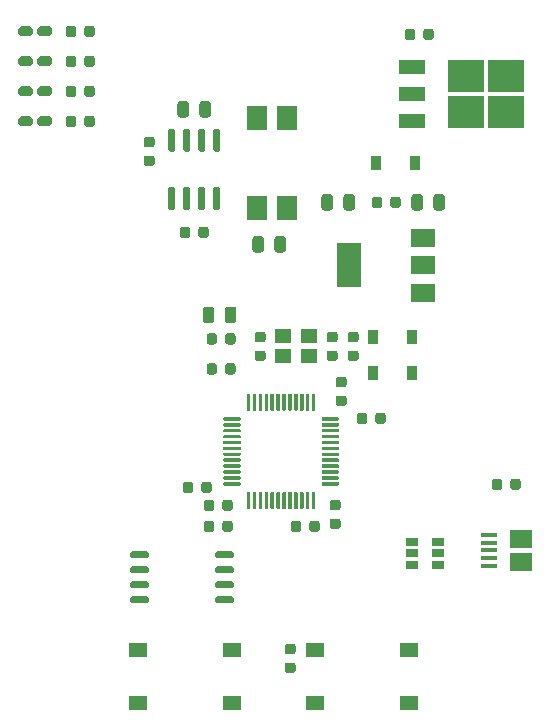
<source format=gbr>
%TF.GenerationSoftware,KiCad,Pcbnew,5.1.6*%
%TF.CreationDate,2020-11-22T23:26:00-03:00*%
%TF.ProjectId,MCU_Comms_Control,4d43555f-436f-46d6-9d73-5f436f6e7472,rev?*%
%TF.SameCoordinates,Original*%
%TF.FileFunction,Paste,Top*%
%TF.FilePolarity,Positive*%
%FSLAX46Y46*%
G04 Gerber Fmt 4.6, Leading zero omitted, Abs format (unit mm)*
G04 Created by KiCad (PCBNEW 5.1.6) date 2020-11-22 23:26:00*
%MOMM*%
%LPD*%
G01*
G04 APERTURE LIST*
%ADD10R,0.900000X1.200000*%
%ADD11R,1.900000X1.500000*%
%ADD12R,1.350000X0.400000*%
%ADD13R,1.550000X1.300000*%
%ADD14R,1.060000X0.650000*%
%ADD15R,1.780000X2.000000*%
%ADD16R,2.000000X3.800000*%
%ADD17R,2.000000X1.500000*%
%ADD18R,2.200000X1.200000*%
%ADD19R,3.050000X2.750000*%
%ADD20R,1.400000X1.200000*%
G04 APERTURE END LIST*
%TO.C,C1*%
G36*
G01*
X96263750Y-78328000D02*
X96776250Y-78328000D01*
G75*
G02*
X96995000Y-78546750I0J-218750D01*
G01*
X96995000Y-78984250D01*
G75*
G02*
X96776250Y-79203000I-218750J0D01*
G01*
X96263750Y-79203000D01*
G75*
G02*
X96045000Y-78984250I0J218750D01*
G01*
X96045000Y-78546750D01*
G75*
G02*
X96263750Y-78328000I218750J0D01*
G01*
G37*
G36*
G01*
X96263750Y-76753000D02*
X96776250Y-76753000D01*
G75*
G02*
X96995000Y-76971750I0J-218750D01*
G01*
X96995000Y-77409250D01*
G75*
G02*
X96776250Y-77628000I-218750J0D01*
G01*
X96263750Y-77628000D01*
G75*
G02*
X96045000Y-77409250I0J218750D01*
G01*
X96045000Y-76971750D01*
G75*
G02*
X96263750Y-76753000I218750J0D01*
G01*
G37*
%TD*%
%TO.C,C2*%
G36*
G01*
X94998250Y-79203000D02*
X94485750Y-79203000D01*
G75*
G02*
X94267000Y-78984250I0J218750D01*
G01*
X94267000Y-78546750D01*
G75*
G02*
X94485750Y-78328000I218750J0D01*
G01*
X94998250Y-78328000D01*
G75*
G02*
X95217000Y-78546750I0J-218750D01*
G01*
X95217000Y-78984250D01*
G75*
G02*
X94998250Y-79203000I-218750J0D01*
G01*
G37*
G36*
G01*
X94998250Y-77628000D02*
X94485750Y-77628000D01*
G75*
G02*
X94267000Y-77409250I0J218750D01*
G01*
X94267000Y-76971750D01*
G75*
G02*
X94485750Y-76753000I218750J0D01*
G01*
X94998250Y-76753000D01*
G75*
G02*
X95217000Y-76971750I0J-218750D01*
G01*
X95217000Y-77409250D01*
G75*
G02*
X94998250Y-77628000I-218750J0D01*
G01*
G37*
%TD*%
%TO.C,C3*%
G36*
G01*
X88389750Y-78328000D02*
X88902250Y-78328000D01*
G75*
G02*
X89121000Y-78546750I0J-218750D01*
G01*
X89121000Y-78984250D01*
G75*
G02*
X88902250Y-79203000I-218750J0D01*
G01*
X88389750Y-79203000D01*
G75*
G02*
X88171000Y-78984250I0J218750D01*
G01*
X88171000Y-78546750D01*
G75*
G02*
X88389750Y-78328000I218750J0D01*
G01*
G37*
G36*
G01*
X88389750Y-76753000D02*
X88902250Y-76753000D01*
G75*
G02*
X89121000Y-76971750I0J-218750D01*
G01*
X89121000Y-77409250D01*
G75*
G02*
X88902250Y-77628000I-218750J0D01*
G01*
X88389750Y-77628000D01*
G75*
G02*
X88171000Y-77409250I0J218750D01*
G01*
X88171000Y-76971750D01*
G75*
G02*
X88389750Y-76753000I218750J0D01*
G01*
G37*
%TD*%
%TO.C,C4*%
G36*
G01*
X103320000Y-66242250D02*
X103320000Y-65329750D01*
G75*
G02*
X103563750Y-65086000I243750J0D01*
G01*
X104051250Y-65086000D01*
G75*
G02*
X104295000Y-65329750I0J-243750D01*
G01*
X104295000Y-66242250D01*
G75*
G02*
X104051250Y-66486000I-243750J0D01*
G01*
X103563750Y-66486000D01*
G75*
G02*
X103320000Y-66242250I0J243750D01*
G01*
G37*
G36*
G01*
X101445000Y-66242250D02*
X101445000Y-65329750D01*
G75*
G02*
X101688750Y-65086000I243750J0D01*
G01*
X102176250Y-65086000D01*
G75*
G02*
X102420000Y-65329750I0J-243750D01*
G01*
X102420000Y-66242250D01*
G75*
G02*
X102176250Y-66486000I-243750J0D01*
G01*
X101688750Y-66486000D01*
G75*
G02*
X101445000Y-66242250I0J243750D01*
G01*
G37*
%TD*%
%TO.C,C5*%
G36*
G01*
X102458000Y-51818250D02*
X102458000Y-51305750D01*
G75*
G02*
X102676750Y-51087000I218750J0D01*
G01*
X103114250Y-51087000D01*
G75*
G02*
X103333000Y-51305750I0J-218750D01*
G01*
X103333000Y-51818250D01*
G75*
G02*
X103114250Y-52037000I-218750J0D01*
G01*
X102676750Y-52037000D01*
G75*
G02*
X102458000Y-51818250I0J218750D01*
G01*
G37*
G36*
G01*
X100883000Y-51818250D02*
X100883000Y-51305750D01*
G75*
G02*
X101101750Y-51087000I218750J0D01*
G01*
X101539250Y-51087000D01*
G75*
G02*
X101758000Y-51305750I0J-218750D01*
G01*
X101758000Y-51818250D01*
G75*
G02*
X101539250Y-52037000I-218750J0D01*
G01*
X101101750Y-52037000D01*
G75*
G02*
X100883000Y-51818250I0J218750D01*
G01*
G37*
%TD*%
%TO.C,C6*%
G36*
G01*
X96675000Y-65329750D02*
X96675000Y-66242250D01*
G75*
G02*
X96431250Y-66486000I-243750J0D01*
G01*
X95943750Y-66486000D01*
G75*
G02*
X95700000Y-66242250I0J243750D01*
G01*
X95700000Y-65329750D01*
G75*
G02*
X95943750Y-65086000I243750J0D01*
G01*
X96431250Y-65086000D01*
G75*
G02*
X96675000Y-65329750I0J-243750D01*
G01*
G37*
G36*
G01*
X94800000Y-65329750D02*
X94800000Y-66242250D01*
G75*
G02*
X94556250Y-66486000I-243750J0D01*
G01*
X94068750Y-66486000D01*
G75*
G02*
X93825000Y-66242250I0J243750D01*
G01*
X93825000Y-65329750D01*
G75*
G02*
X94068750Y-65086000I243750J0D01*
G01*
X94556250Y-65086000D01*
G75*
G02*
X94800000Y-65329750I0J-243750D01*
G01*
G37*
%TD*%
%TO.C,C7*%
G36*
G01*
X98089000Y-66042250D02*
X98089000Y-65529750D01*
G75*
G02*
X98307750Y-65311000I218750J0D01*
G01*
X98745250Y-65311000D01*
G75*
G02*
X98964000Y-65529750I0J-218750D01*
G01*
X98964000Y-66042250D01*
G75*
G02*
X98745250Y-66261000I-218750J0D01*
G01*
X98307750Y-66261000D01*
G75*
G02*
X98089000Y-66042250I0J218750D01*
G01*
G37*
G36*
G01*
X99664000Y-66042250D02*
X99664000Y-65529750D01*
G75*
G02*
X99882750Y-65311000I218750J0D01*
G01*
X100320250Y-65311000D01*
G75*
G02*
X100539000Y-65529750I0J-218750D01*
G01*
X100539000Y-66042250D01*
G75*
G02*
X100320250Y-66261000I-218750J0D01*
G01*
X99882750Y-66261000D01*
G75*
G02*
X99664000Y-66042250I0J218750D01*
G01*
G37*
%TD*%
%TO.C,C8*%
G36*
G01*
X86315000Y-91183750D02*
X86315000Y-91696250D01*
G75*
G02*
X86096250Y-91915000I-218750J0D01*
G01*
X85658750Y-91915000D01*
G75*
G02*
X85440000Y-91696250I0J218750D01*
G01*
X85440000Y-91183750D01*
G75*
G02*
X85658750Y-90965000I218750J0D01*
G01*
X86096250Y-90965000D01*
G75*
G02*
X86315000Y-91183750I0J-218750D01*
G01*
G37*
G36*
G01*
X84740000Y-91183750D02*
X84740000Y-91696250D01*
G75*
G02*
X84521250Y-91915000I-218750J0D01*
G01*
X84083750Y-91915000D01*
G75*
G02*
X83865000Y-91696250I0J218750D01*
G01*
X83865000Y-91183750D01*
G75*
G02*
X84083750Y-90965000I218750J0D01*
G01*
X84521250Y-90965000D01*
G75*
G02*
X84740000Y-91183750I0J-218750D01*
G01*
G37*
%TD*%
%TO.C,C9*%
G36*
G01*
X82962000Y-89659750D02*
X82962000Y-90172250D01*
G75*
G02*
X82743250Y-90391000I-218750J0D01*
G01*
X82305750Y-90391000D01*
G75*
G02*
X82087000Y-90172250I0J218750D01*
G01*
X82087000Y-89659750D01*
G75*
G02*
X82305750Y-89441000I218750J0D01*
G01*
X82743250Y-89441000D01*
G75*
G02*
X82962000Y-89659750I0J-218750D01*
G01*
G37*
G36*
G01*
X84537000Y-89659750D02*
X84537000Y-90172250D01*
G75*
G02*
X84318250Y-90391000I-218750J0D01*
G01*
X83880750Y-90391000D01*
G75*
G02*
X83662000Y-90172250I0J218750D01*
G01*
X83662000Y-89659750D01*
G75*
G02*
X83880750Y-89441000I218750J0D01*
G01*
X84318250Y-89441000D01*
G75*
G02*
X84537000Y-89659750I0J-218750D01*
G01*
G37*
%TD*%
%TO.C,C10*%
G36*
G01*
X94739750Y-90977000D02*
X95252250Y-90977000D01*
G75*
G02*
X95471000Y-91195750I0J-218750D01*
G01*
X95471000Y-91633250D01*
G75*
G02*
X95252250Y-91852000I-218750J0D01*
G01*
X94739750Y-91852000D01*
G75*
G02*
X94521000Y-91633250I0J218750D01*
G01*
X94521000Y-91195750D01*
G75*
G02*
X94739750Y-90977000I218750J0D01*
G01*
G37*
G36*
G01*
X94739750Y-92552000D02*
X95252250Y-92552000D01*
G75*
G02*
X95471000Y-92770750I0J-218750D01*
G01*
X95471000Y-93208250D01*
G75*
G02*
X95252250Y-93427000I-218750J0D01*
G01*
X94739750Y-93427000D01*
G75*
G02*
X94521000Y-93208250I0J218750D01*
G01*
X94521000Y-92770750D01*
G75*
G02*
X94739750Y-92552000I218750J0D01*
G01*
G37*
%TD*%
%TO.C,C11*%
G36*
G01*
X98394000Y-84330250D02*
X98394000Y-83817750D01*
G75*
G02*
X98612750Y-83599000I218750J0D01*
G01*
X99050250Y-83599000D01*
G75*
G02*
X99269000Y-83817750I0J-218750D01*
G01*
X99269000Y-84330250D01*
G75*
G02*
X99050250Y-84549000I-218750J0D01*
G01*
X98612750Y-84549000D01*
G75*
G02*
X98394000Y-84330250I0J218750D01*
G01*
G37*
G36*
G01*
X96819000Y-84330250D02*
X96819000Y-83817750D01*
G75*
G02*
X97037750Y-83599000I218750J0D01*
G01*
X97475250Y-83599000D01*
G75*
G02*
X97694000Y-83817750I0J-218750D01*
G01*
X97694000Y-84330250D01*
G75*
G02*
X97475250Y-84549000I-218750J0D01*
G01*
X97037750Y-84549000D01*
G75*
G02*
X96819000Y-84330250I0J218750D01*
G01*
G37*
%TD*%
%TO.C,C12*%
G36*
G01*
X95760250Y-83013000D02*
X95247750Y-83013000D01*
G75*
G02*
X95029000Y-82794250I0J218750D01*
G01*
X95029000Y-82356750D01*
G75*
G02*
X95247750Y-82138000I218750J0D01*
G01*
X95760250Y-82138000D01*
G75*
G02*
X95979000Y-82356750I0J-218750D01*
G01*
X95979000Y-82794250D01*
G75*
G02*
X95760250Y-83013000I-218750J0D01*
G01*
G37*
G36*
G01*
X95760250Y-81438000D02*
X95247750Y-81438000D01*
G75*
G02*
X95029000Y-81219250I0J218750D01*
G01*
X95029000Y-80781750D01*
G75*
G02*
X95247750Y-80563000I218750J0D01*
G01*
X95760250Y-80563000D01*
G75*
G02*
X95979000Y-80781750I0J-218750D01*
G01*
X95979000Y-81219250D01*
G75*
G02*
X95760250Y-81438000I-218750J0D01*
G01*
G37*
%TD*%
%TO.C,C13*%
G36*
G01*
X86569000Y-77086750D02*
X86569000Y-77599250D01*
G75*
G02*
X86350250Y-77818000I-218750J0D01*
G01*
X85912750Y-77818000D01*
G75*
G02*
X85694000Y-77599250I0J218750D01*
G01*
X85694000Y-77086750D01*
G75*
G02*
X85912750Y-76868000I218750J0D01*
G01*
X86350250Y-76868000D01*
G75*
G02*
X86569000Y-77086750I0J-218750D01*
G01*
G37*
G36*
G01*
X84994000Y-77086750D02*
X84994000Y-77599250D01*
G75*
G02*
X84775250Y-77818000I-218750J0D01*
G01*
X84337750Y-77818000D01*
G75*
G02*
X84119000Y-77599250I0J218750D01*
G01*
X84119000Y-77086750D01*
G75*
G02*
X84337750Y-76868000I218750J0D01*
G01*
X84775250Y-76868000D01*
G75*
G02*
X84994000Y-77086750I0J-218750D01*
G01*
G37*
%TD*%
%TO.C,C14*%
G36*
G01*
X84994000Y-79626750D02*
X84994000Y-80139250D01*
G75*
G02*
X84775250Y-80358000I-218750J0D01*
G01*
X84337750Y-80358000D01*
G75*
G02*
X84119000Y-80139250I0J218750D01*
G01*
X84119000Y-79626750D01*
G75*
G02*
X84337750Y-79408000I218750J0D01*
G01*
X84775250Y-79408000D01*
G75*
G02*
X84994000Y-79626750I0J-218750D01*
G01*
G37*
G36*
G01*
X86569000Y-79626750D02*
X86569000Y-80139250D01*
G75*
G02*
X86350250Y-80358000I-218750J0D01*
G01*
X85912750Y-80358000D01*
G75*
G02*
X85694000Y-80139250I0J218750D01*
G01*
X85694000Y-79626750D01*
G75*
G02*
X85912750Y-79408000I218750J0D01*
G01*
X86350250Y-79408000D01*
G75*
G02*
X86569000Y-79626750I0J-218750D01*
G01*
G37*
%TD*%
%TO.C,C15*%
G36*
G01*
X84283000Y-68069750D02*
X84283000Y-68582250D01*
G75*
G02*
X84064250Y-68801000I-218750J0D01*
G01*
X83626750Y-68801000D01*
G75*
G02*
X83408000Y-68582250I0J218750D01*
G01*
X83408000Y-68069750D01*
G75*
G02*
X83626750Y-67851000I218750J0D01*
G01*
X84064250Y-67851000D01*
G75*
G02*
X84283000Y-68069750I0J-218750D01*
G01*
G37*
G36*
G01*
X82708000Y-68069750D02*
X82708000Y-68582250D01*
G75*
G02*
X82489250Y-68801000I-218750J0D01*
G01*
X82051750Y-68801000D01*
G75*
G02*
X81833000Y-68582250I0J218750D01*
G01*
X81833000Y-68069750D01*
G75*
G02*
X82051750Y-67851000I218750J0D01*
G01*
X82489250Y-67851000D01*
G75*
G02*
X82708000Y-68069750I0J-218750D01*
G01*
G37*
%TD*%
%TO.C,C16*%
G36*
G01*
X84740000Y-92961750D02*
X84740000Y-93474250D01*
G75*
G02*
X84521250Y-93693000I-218750J0D01*
G01*
X84083750Y-93693000D01*
G75*
G02*
X83865000Y-93474250I0J218750D01*
G01*
X83865000Y-92961750D01*
G75*
G02*
X84083750Y-92743000I218750J0D01*
G01*
X84521250Y-92743000D01*
G75*
G02*
X84740000Y-92961750I0J-218750D01*
G01*
G37*
G36*
G01*
X86315000Y-92961750D02*
X86315000Y-93474250D01*
G75*
G02*
X86096250Y-93693000I-218750J0D01*
G01*
X85658750Y-93693000D01*
G75*
G02*
X85440000Y-93474250I0J218750D01*
G01*
X85440000Y-92961750D01*
G75*
G02*
X85658750Y-92743000I218750J0D01*
G01*
X86096250Y-92743000D01*
G75*
G02*
X86315000Y-92961750I0J-218750D01*
G01*
G37*
%TD*%
D10*
%TO.C,D1*%
X101472000Y-80264000D03*
X98172000Y-80264000D03*
%TD*%
%TO.C,D2*%
X98172000Y-77216000D03*
X101472000Y-77216000D03*
%TD*%
%TO.C,D3*%
G36*
G01*
X69796000Y-51520500D02*
X69796000Y-51095500D01*
G75*
G02*
X70008500Y-50883000I212500J0D01*
G01*
X70808500Y-50883000D01*
G75*
G02*
X71021000Y-51095500I0J-212500D01*
G01*
X71021000Y-51520500D01*
G75*
G02*
X70808500Y-51733000I-212500J0D01*
G01*
X70008500Y-51733000D01*
G75*
G02*
X69796000Y-51520500I0J212500D01*
G01*
G37*
G36*
G01*
X68171000Y-51520500D02*
X68171000Y-51095500D01*
G75*
G02*
X68383500Y-50883000I212500J0D01*
G01*
X69183500Y-50883000D01*
G75*
G02*
X69396000Y-51095500I0J-212500D01*
G01*
X69396000Y-51520500D01*
G75*
G02*
X69183500Y-51733000I-212500J0D01*
G01*
X68383500Y-51733000D01*
G75*
G02*
X68171000Y-51520500I0J212500D01*
G01*
G37*
%TD*%
%TO.C,D4*%
G36*
G01*
X68171000Y-54060500D02*
X68171000Y-53635500D01*
G75*
G02*
X68383500Y-53423000I212500J0D01*
G01*
X69183500Y-53423000D01*
G75*
G02*
X69396000Y-53635500I0J-212500D01*
G01*
X69396000Y-54060500D01*
G75*
G02*
X69183500Y-54273000I-212500J0D01*
G01*
X68383500Y-54273000D01*
G75*
G02*
X68171000Y-54060500I0J212500D01*
G01*
G37*
G36*
G01*
X69796000Y-54060500D02*
X69796000Y-53635500D01*
G75*
G02*
X70008500Y-53423000I212500J0D01*
G01*
X70808500Y-53423000D01*
G75*
G02*
X71021000Y-53635500I0J-212500D01*
G01*
X71021000Y-54060500D01*
G75*
G02*
X70808500Y-54273000I-212500J0D01*
G01*
X70008500Y-54273000D01*
G75*
G02*
X69796000Y-54060500I0J212500D01*
G01*
G37*
%TD*%
%TO.C,D5*%
G36*
G01*
X69796000Y-56600500D02*
X69796000Y-56175500D01*
G75*
G02*
X70008500Y-55963000I212500J0D01*
G01*
X70808500Y-55963000D01*
G75*
G02*
X71021000Y-56175500I0J-212500D01*
G01*
X71021000Y-56600500D01*
G75*
G02*
X70808500Y-56813000I-212500J0D01*
G01*
X70008500Y-56813000D01*
G75*
G02*
X69796000Y-56600500I0J212500D01*
G01*
G37*
G36*
G01*
X68171000Y-56600500D02*
X68171000Y-56175500D01*
G75*
G02*
X68383500Y-55963000I212500J0D01*
G01*
X69183500Y-55963000D01*
G75*
G02*
X69396000Y-56175500I0J-212500D01*
G01*
X69396000Y-56600500D01*
G75*
G02*
X69183500Y-56813000I-212500J0D01*
G01*
X68383500Y-56813000D01*
G75*
G02*
X68171000Y-56600500I0J212500D01*
G01*
G37*
%TD*%
%TO.C,D6*%
G36*
G01*
X68171000Y-59140500D02*
X68171000Y-58715500D01*
G75*
G02*
X68383500Y-58503000I212500J0D01*
G01*
X69183500Y-58503000D01*
G75*
G02*
X69396000Y-58715500I0J-212500D01*
G01*
X69396000Y-59140500D01*
G75*
G02*
X69183500Y-59353000I-212500J0D01*
G01*
X68383500Y-59353000D01*
G75*
G02*
X68171000Y-59140500I0J212500D01*
G01*
G37*
G36*
G01*
X69796000Y-59140500D02*
X69796000Y-58715500D01*
G75*
G02*
X70008500Y-58503000I212500J0D01*
G01*
X70808500Y-58503000D01*
G75*
G02*
X71021000Y-58715500I0J-212500D01*
G01*
X71021000Y-59140500D01*
G75*
G02*
X70808500Y-59353000I-212500J0D01*
G01*
X70008500Y-59353000D01*
G75*
G02*
X69796000Y-59140500I0J212500D01*
G01*
G37*
%TD*%
%TO.C,D7*%
X101726000Y-62484000D03*
X98426000Y-62484000D03*
%TD*%
%TO.C,FB1*%
G36*
G01*
X86642000Y-74854750D02*
X86642000Y-75767250D01*
G75*
G02*
X86398250Y-76011000I-243750J0D01*
G01*
X85910750Y-76011000D01*
G75*
G02*
X85667000Y-75767250I0J243750D01*
G01*
X85667000Y-74854750D01*
G75*
G02*
X85910750Y-74611000I243750J0D01*
G01*
X86398250Y-74611000D01*
G75*
G02*
X86642000Y-74854750I0J-243750D01*
G01*
G37*
G36*
G01*
X84767000Y-74854750D02*
X84767000Y-75767250D01*
G75*
G02*
X84523250Y-76011000I-243750J0D01*
G01*
X84035750Y-76011000D01*
G75*
G02*
X83792000Y-75767250I0J243750D01*
G01*
X83792000Y-74854750D01*
G75*
G02*
X84035750Y-74611000I243750J0D01*
G01*
X84523250Y-74611000D01*
G75*
G02*
X84767000Y-74854750I0J-243750D01*
G01*
G37*
%TD*%
D11*
%TO.C,J1*%
X110711500Y-94250000D03*
D12*
X108011500Y-95900000D03*
X108011500Y-96550000D03*
X108011500Y-93950000D03*
X108011500Y-94600000D03*
X108011500Y-95250000D03*
D11*
X110711500Y-96250000D03*
%TD*%
%TO.C,R1*%
G36*
G01*
X90929750Y-104744000D02*
X91442250Y-104744000D01*
G75*
G02*
X91661000Y-104962750I0J-218750D01*
G01*
X91661000Y-105400250D01*
G75*
G02*
X91442250Y-105619000I-218750J0D01*
G01*
X90929750Y-105619000D01*
G75*
G02*
X90711000Y-105400250I0J218750D01*
G01*
X90711000Y-104962750D01*
G75*
G02*
X90929750Y-104744000I218750J0D01*
G01*
G37*
G36*
G01*
X90929750Y-103169000D02*
X91442250Y-103169000D01*
G75*
G02*
X91661000Y-103387750I0J-218750D01*
G01*
X91661000Y-103825250D01*
G75*
G02*
X91442250Y-104044000I-218750J0D01*
G01*
X90929750Y-104044000D01*
G75*
G02*
X90711000Y-103825250I0J218750D01*
G01*
X90711000Y-103387750D01*
G75*
G02*
X90929750Y-103169000I218750J0D01*
G01*
G37*
%TD*%
%TO.C,R2*%
G36*
G01*
X110699000Y-89405750D02*
X110699000Y-89918250D01*
G75*
G02*
X110480250Y-90137000I-218750J0D01*
G01*
X110042750Y-90137000D01*
G75*
G02*
X109824000Y-89918250I0J218750D01*
G01*
X109824000Y-89405750D01*
G75*
G02*
X110042750Y-89187000I218750J0D01*
G01*
X110480250Y-89187000D01*
G75*
G02*
X110699000Y-89405750I0J-218750D01*
G01*
G37*
G36*
G01*
X109124000Y-89405750D02*
X109124000Y-89918250D01*
G75*
G02*
X108905250Y-90137000I-218750J0D01*
G01*
X108467750Y-90137000D01*
G75*
G02*
X108249000Y-89918250I0J218750D01*
G01*
X108249000Y-89405750D01*
G75*
G02*
X108467750Y-89187000I218750J0D01*
G01*
X108905250Y-89187000D01*
G75*
G02*
X109124000Y-89405750I0J-218750D01*
G01*
G37*
%TD*%
%TO.C,R3*%
G36*
G01*
X78991750Y-61818000D02*
X79504250Y-61818000D01*
G75*
G02*
X79723000Y-62036750I0J-218750D01*
G01*
X79723000Y-62474250D01*
G75*
G02*
X79504250Y-62693000I-218750J0D01*
G01*
X78991750Y-62693000D01*
G75*
G02*
X78773000Y-62474250I0J218750D01*
G01*
X78773000Y-62036750D01*
G75*
G02*
X78991750Y-61818000I218750J0D01*
G01*
G37*
G36*
G01*
X78991750Y-60243000D02*
X79504250Y-60243000D01*
G75*
G02*
X79723000Y-60461750I0J-218750D01*
G01*
X79723000Y-60899250D01*
G75*
G02*
X79504250Y-61118000I-218750J0D01*
G01*
X78991750Y-61118000D01*
G75*
G02*
X78773000Y-60899250I0J218750D01*
G01*
X78773000Y-60461750D01*
G75*
G02*
X78991750Y-60243000I218750J0D01*
G01*
G37*
%TD*%
%TO.C,R4*%
G36*
G01*
X81633000Y-58368250D02*
X81633000Y-57455750D01*
G75*
G02*
X81876750Y-57212000I243750J0D01*
G01*
X82364250Y-57212000D01*
G75*
G02*
X82608000Y-57455750I0J-243750D01*
G01*
X82608000Y-58368250D01*
G75*
G02*
X82364250Y-58612000I-243750J0D01*
G01*
X81876750Y-58612000D01*
G75*
G02*
X81633000Y-58368250I0J243750D01*
G01*
G37*
G36*
G01*
X83508000Y-58368250D02*
X83508000Y-57455750D01*
G75*
G02*
X83751750Y-57212000I243750J0D01*
G01*
X84239250Y-57212000D01*
G75*
G02*
X84483000Y-57455750I0J-243750D01*
G01*
X84483000Y-58368250D01*
G75*
G02*
X84239250Y-58612000I-243750J0D01*
G01*
X83751750Y-58612000D01*
G75*
G02*
X83508000Y-58368250I0J243750D01*
G01*
G37*
%TD*%
%TO.C,R5*%
G36*
G01*
X73756000Y-51564250D02*
X73756000Y-51051750D01*
G75*
G02*
X73974750Y-50833000I218750J0D01*
G01*
X74412250Y-50833000D01*
G75*
G02*
X74631000Y-51051750I0J-218750D01*
G01*
X74631000Y-51564250D01*
G75*
G02*
X74412250Y-51783000I-218750J0D01*
G01*
X73974750Y-51783000D01*
G75*
G02*
X73756000Y-51564250I0J218750D01*
G01*
G37*
G36*
G01*
X72181000Y-51564250D02*
X72181000Y-51051750D01*
G75*
G02*
X72399750Y-50833000I218750J0D01*
G01*
X72837250Y-50833000D01*
G75*
G02*
X73056000Y-51051750I0J-218750D01*
G01*
X73056000Y-51564250D01*
G75*
G02*
X72837250Y-51783000I-218750J0D01*
G01*
X72399750Y-51783000D01*
G75*
G02*
X72181000Y-51564250I0J218750D01*
G01*
G37*
%TD*%
%TO.C,R6*%
G36*
G01*
X72181000Y-54104250D02*
X72181000Y-53591750D01*
G75*
G02*
X72399750Y-53373000I218750J0D01*
G01*
X72837250Y-53373000D01*
G75*
G02*
X73056000Y-53591750I0J-218750D01*
G01*
X73056000Y-54104250D01*
G75*
G02*
X72837250Y-54323000I-218750J0D01*
G01*
X72399750Y-54323000D01*
G75*
G02*
X72181000Y-54104250I0J218750D01*
G01*
G37*
G36*
G01*
X73756000Y-54104250D02*
X73756000Y-53591750D01*
G75*
G02*
X73974750Y-53373000I218750J0D01*
G01*
X74412250Y-53373000D01*
G75*
G02*
X74631000Y-53591750I0J-218750D01*
G01*
X74631000Y-54104250D01*
G75*
G02*
X74412250Y-54323000I-218750J0D01*
G01*
X73974750Y-54323000D01*
G75*
G02*
X73756000Y-54104250I0J218750D01*
G01*
G37*
%TD*%
%TO.C,R7*%
G36*
G01*
X91231000Y-93474250D02*
X91231000Y-92961750D01*
G75*
G02*
X91449750Y-92743000I218750J0D01*
G01*
X91887250Y-92743000D01*
G75*
G02*
X92106000Y-92961750I0J-218750D01*
G01*
X92106000Y-93474250D01*
G75*
G02*
X91887250Y-93693000I-218750J0D01*
G01*
X91449750Y-93693000D01*
G75*
G02*
X91231000Y-93474250I0J218750D01*
G01*
G37*
G36*
G01*
X92806000Y-93474250D02*
X92806000Y-92961750D01*
G75*
G02*
X93024750Y-92743000I218750J0D01*
G01*
X93462250Y-92743000D01*
G75*
G02*
X93681000Y-92961750I0J-218750D01*
G01*
X93681000Y-93474250D01*
G75*
G02*
X93462250Y-93693000I-218750J0D01*
G01*
X93024750Y-93693000D01*
G75*
G02*
X92806000Y-93474250I0J218750D01*
G01*
G37*
%TD*%
%TO.C,R8*%
G36*
G01*
X72181000Y-56644250D02*
X72181000Y-56131750D01*
G75*
G02*
X72399750Y-55913000I218750J0D01*
G01*
X72837250Y-55913000D01*
G75*
G02*
X73056000Y-56131750I0J-218750D01*
G01*
X73056000Y-56644250D01*
G75*
G02*
X72837250Y-56863000I-218750J0D01*
G01*
X72399750Y-56863000D01*
G75*
G02*
X72181000Y-56644250I0J218750D01*
G01*
G37*
G36*
G01*
X73756000Y-56644250D02*
X73756000Y-56131750D01*
G75*
G02*
X73974750Y-55913000I218750J0D01*
G01*
X74412250Y-55913000D01*
G75*
G02*
X74631000Y-56131750I0J-218750D01*
G01*
X74631000Y-56644250D01*
G75*
G02*
X74412250Y-56863000I-218750J0D01*
G01*
X73974750Y-56863000D01*
G75*
G02*
X73756000Y-56644250I0J218750D01*
G01*
G37*
%TD*%
%TO.C,R9*%
G36*
G01*
X89858000Y-69798250D02*
X89858000Y-68885750D01*
G75*
G02*
X90101750Y-68642000I243750J0D01*
G01*
X90589250Y-68642000D01*
G75*
G02*
X90833000Y-68885750I0J-243750D01*
G01*
X90833000Y-69798250D01*
G75*
G02*
X90589250Y-70042000I-243750J0D01*
G01*
X90101750Y-70042000D01*
G75*
G02*
X89858000Y-69798250I0J243750D01*
G01*
G37*
G36*
G01*
X87983000Y-69798250D02*
X87983000Y-68885750D01*
G75*
G02*
X88226750Y-68642000I243750J0D01*
G01*
X88714250Y-68642000D01*
G75*
G02*
X88958000Y-68885750I0J-243750D01*
G01*
X88958000Y-69798250D01*
G75*
G02*
X88714250Y-70042000I-243750J0D01*
G01*
X88226750Y-70042000D01*
G75*
G02*
X87983000Y-69798250I0J243750D01*
G01*
G37*
%TD*%
%TO.C,R10*%
G36*
G01*
X73756000Y-59184250D02*
X73756000Y-58671750D01*
G75*
G02*
X73974750Y-58453000I218750J0D01*
G01*
X74412250Y-58453000D01*
G75*
G02*
X74631000Y-58671750I0J-218750D01*
G01*
X74631000Y-59184250D01*
G75*
G02*
X74412250Y-59403000I-218750J0D01*
G01*
X73974750Y-59403000D01*
G75*
G02*
X73756000Y-59184250I0J218750D01*
G01*
G37*
G36*
G01*
X72181000Y-59184250D02*
X72181000Y-58671750D01*
G75*
G02*
X72399750Y-58453000I218750J0D01*
G01*
X72837250Y-58453000D01*
G75*
G02*
X73056000Y-58671750I0J-218750D01*
G01*
X73056000Y-59184250D01*
G75*
G02*
X72837250Y-59403000I-218750J0D01*
G01*
X72399750Y-59403000D01*
G75*
G02*
X72181000Y-59184250I0J218750D01*
G01*
G37*
%TD*%
D13*
%TO.C,SW1*%
X101262000Y-108168000D03*
X101262000Y-103668000D03*
X93302000Y-103668000D03*
X93302000Y-108168000D03*
%TD*%
%TO.C,SW2*%
X78316000Y-108168000D03*
X78316000Y-103668000D03*
X86276000Y-103668000D03*
X86276000Y-108168000D03*
%TD*%
D14*
%TO.C,U1*%
X101516000Y-94554000D03*
X101516000Y-95504000D03*
X101516000Y-96454000D03*
X103716000Y-96454000D03*
X103716000Y-94554000D03*
X103716000Y-95504000D03*
%TD*%
%TO.C,U2*%
G36*
G01*
X81303000Y-66442000D02*
X81003000Y-66442000D01*
G75*
G02*
X80853000Y-66292000I0J150000D01*
G01*
X80853000Y-64642000D01*
G75*
G02*
X81003000Y-64492000I150000J0D01*
G01*
X81303000Y-64492000D01*
G75*
G02*
X81453000Y-64642000I0J-150000D01*
G01*
X81453000Y-66292000D01*
G75*
G02*
X81303000Y-66442000I-150000J0D01*
G01*
G37*
G36*
G01*
X82573000Y-66442000D02*
X82273000Y-66442000D01*
G75*
G02*
X82123000Y-66292000I0J150000D01*
G01*
X82123000Y-64642000D01*
G75*
G02*
X82273000Y-64492000I150000J0D01*
G01*
X82573000Y-64492000D01*
G75*
G02*
X82723000Y-64642000I0J-150000D01*
G01*
X82723000Y-66292000D01*
G75*
G02*
X82573000Y-66442000I-150000J0D01*
G01*
G37*
G36*
G01*
X83843000Y-66442000D02*
X83543000Y-66442000D01*
G75*
G02*
X83393000Y-66292000I0J150000D01*
G01*
X83393000Y-64642000D01*
G75*
G02*
X83543000Y-64492000I150000J0D01*
G01*
X83843000Y-64492000D01*
G75*
G02*
X83993000Y-64642000I0J-150000D01*
G01*
X83993000Y-66292000D01*
G75*
G02*
X83843000Y-66442000I-150000J0D01*
G01*
G37*
G36*
G01*
X85113000Y-66442000D02*
X84813000Y-66442000D01*
G75*
G02*
X84663000Y-66292000I0J150000D01*
G01*
X84663000Y-64642000D01*
G75*
G02*
X84813000Y-64492000I150000J0D01*
G01*
X85113000Y-64492000D01*
G75*
G02*
X85263000Y-64642000I0J-150000D01*
G01*
X85263000Y-66292000D01*
G75*
G02*
X85113000Y-66442000I-150000J0D01*
G01*
G37*
G36*
G01*
X85113000Y-61492000D02*
X84813000Y-61492000D01*
G75*
G02*
X84663000Y-61342000I0J150000D01*
G01*
X84663000Y-59692000D01*
G75*
G02*
X84813000Y-59542000I150000J0D01*
G01*
X85113000Y-59542000D01*
G75*
G02*
X85263000Y-59692000I0J-150000D01*
G01*
X85263000Y-61342000D01*
G75*
G02*
X85113000Y-61492000I-150000J0D01*
G01*
G37*
G36*
G01*
X83843000Y-61492000D02*
X83543000Y-61492000D01*
G75*
G02*
X83393000Y-61342000I0J150000D01*
G01*
X83393000Y-59692000D01*
G75*
G02*
X83543000Y-59542000I150000J0D01*
G01*
X83843000Y-59542000D01*
G75*
G02*
X83993000Y-59692000I0J-150000D01*
G01*
X83993000Y-61342000D01*
G75*
G02*
X83843000Y-61492000I-150000J0D01*
G01*
G37*
G36*
G01*
X82573000Y-61492000D02*
X82273000Y-61492000D01*
G75*
G02*
X82123000Y-61342000I0J150000D01*
G01*
X82123000Y-59692000D01*
G75*
G02*
X82273000Y-59542000I150000J0D01*
G01*
X82573000Y-59542000D01*
G75*
G02*
X82723000Y-59692000I0J-150000D01*
G01*
X82723000Y-61342000D01*
G75*
G02*
X82573000Y-61492000I-150000J0D01*
G01*
G37*
G36*
G01*
X81303000Y-61492000D02*
X81003000Y-61492000D01*
G75*
G02*
X80853000Y-61342000I0J150000D01*
G01*
X80853000Y-59692000D01*
G75*
G02*
X81003000Y-59542000I150000J0D01*
G01*
X81303000Y-59542000D01*
G75*
G02*
X81453000Y-59692000I0J-150000D01*
G01*
X81453000Y-61342000D01*
G75*
G02*
X81303000Y-61492000I-150000J0D01*
G01*
G37*
%TD*%
%TO.C,U3*%
G36*
G01*
X77642000Y-95781000D02*
X77642000Y-95481000D01*
G75*
G02*
X77792000Y-95331000I150000J0D01*
G01*
X79092000Y-95331000D01*
G75*
G02*
X79242000Y-95481000I0J-150000D01*
G01*
X79242000Y-95781000D01*
G75*
G02*
X79092000Y-95931000I-150000J0D01*
G01*
X77792000Y-95931000D01*
G75*
G02*
X77642000Y-95781000I0J150000D01*
G01*
G37*
G36*
G01*
X77642000Y-97051000D02*
X77642000Y-96751000D01*
G75*
G02*
X77792000Y-96601000I150000J0D01*
G01*
X79092000Y-96601000D01*
G75*
G02*
X79242000Y-96751000I0J-150000D01*
G01*
X79242000Y-97051000D01*
G75*
G02*
X79092000Y-97201000I-150000J0D01*
G01*
X77792000Y-97201000D01*
G75*
G02*
X77642000Y-97051000I0J150000D01*
G01*
G37*
G36*
G01*
X77642000Y-98321000D02*
X77642000Y-98021000D01*
G75*
G02*
X77792000Y-97871000I150000J0D01*
G01*
X79092000Y-97871000D01*
G75*
G02*
X79242000Y-98021000I0J-150000D01*
G01*
X79242000Y-98321000D01*
G75*
G02*
X79092000Y-98471000I-150000J0D01*
G01*
X77792000Y-98471000D01*
G75*
G02*
X77642000Y-98321000I0J150000D01*
G01*
G37*
G36*
G01*
X77642000Y-99591000D02*
X77642000Y-99291000D01*
G75*
G02*
X77792000Y-99141000I150000J0D01*
G01*
X79092000Y-99141000D01*
G75*
G02*
X79242000Y-99291000I0J-150000D01*
G01*
X79242000Y-99591000D01*
G75*
G02*
X79092000Y-99741000I-150000J0D01*
G01*
X77792000Y-99741000D01*
G75*
G02*
X77642000Y-99591000I0J150000D01*
G01*
G37*
G36*
G01*
X84842000Y-99591000D02*
X84842000Y-99291000D01*
G75*
G02*
X84992000Y-99141000I150000J0D01*
G01*
X86292000Y-99141000D01*
G75*
G02*
X86442000Y-99291000I0J-150000D01*
G01*
X86442000Y-99591000D01*
G75*
G02*
X86292000Y-99741000I-150000J0D01*
G01*
X84992000Y-99741000D01*
G75*
G02*
X84842000Y-99591000I0J150000D01*
G01*
G37*
G36*
G01*
X84842000Y-98321000D02*
X84842000Y-98021000D01*
G75*
G02*
X84992000Y-97871000I150000J0D01*
G01*
X86292000Y-97871000D01*
G75*
G02*
X86442000Y-98021000I0J-150000D01*
G01*
X86442000Y-98321000D01*
G75*
G02*
X86292000Y-98471000I-150000J0D01*
G01*
X84992000Y-98471000D01*
G75*
G02*
X84842000Y-98321000I0J150000D01*
G01*
G37*
G36*
G01*
X84842000Y-97051000D02*
X84842000Y-96751000D01*
G75*
G02*
X84992000Y-96601000I150000J0D01*
G01*
X86292000Y-96601000D01*
G75*
G02*
X86442000Y-96751000I0J-150000D01*
G01*
X86442000Y-97051000D01*
G75*
G02*
X86292000Y-97201000I-150000J0D01*
G01*
X84992000Y-97201000D01*
G75*
G02*
X84842000Y-97051000I0J150000D01*
G01*
G37*
G36*
G01*
X84842000Y-95781000D02*
X84842000Y-95481000D01*
G75*
G02*
X84992000Y-95331000I150000J0D01*
G01*
X86292000Y-95331000D01*
G75*
G02*
X86442000Y-95481000I0J-150000D01*
G01*
X86442000Y-95781000D01*
G75*
G02*
X86292000Y-95931000I-150000J0D01*
G01*
X84992000Y-95931000D01*
G75*
G02*
X84842000Y-95781000I0J150000D01*
G01*
G37*
%TD*%
%TO.C,U4*%
G36*
G01*
X93099000Y-81968000D02*
X93249000Y-81968000D01*
G75*
G02*
X93324000Y-82043000I0J-75000D01*
G01*
X93324000Y-83368000D01*
G75*
G02*
X93249000Y-83443000I-75000J0D01*
G01*
X93099000Y-83443000D01*
G75*
G02*
X93024000Y-83368000I0J75000D01*
G01*
X93024000Y-82043000D01*
G75*
G02*
X93099000Y-81968000I75000J0D01*
G01*
G37*
G36*
G01*
X92599000Y-81968000D02*
X92749000Y-81968000D01*
G75*
G02*
X92824000Y-82043000I0J-75000D01*
G01*
X92824000Y-83368000D01*
G75*
G02*
X92749000Y-83443000I-75000J0D01*
G01*
X92599000Y-83443000D01*
G75*
G02*
X92524000Y-83368000I0J75000D01*
G01*
X92524000Y-82043000D01*
G75*
G02*
X92599000Y-81968000I75000J0D01*
G01*
G37*
G36*
G01*
X92099000Y-81968000D02*
X92249000Y-81968000D01*
G75*
G02*
X92324000Y-82043000I0J-75000D01*
G01*
X92324000Y-83368000D01*
G75*
G02*
X92249000Y-83443000I-75000J0D01*
G01*
X92099000Y-83443000D01*
G75*
G02*
X92024000Y-83368000I0J75000D01*
G01*
X92024000Y-82043000D01*
G75*
G02*
X92099000Y-81968000I75000J0D01*
G01*
G37*
G36*
G01*
X91599000Y-81968000D02*
X91749000Y-81968000D01*
G75*
G02*
X91824000Y-82043000I0J-75000D01*
G01*
X91824000Y-83368000D01*
G75*
G02*
X91749000Y-83443000I-75000J0D01*
G01*
X91599000Y-83443000D01*
G75*
G02*
X91524000Y-83368000I0J75000D01*
G01*
X91524000Y-82043000D01*
G75*
G02*
X91599000Y-81968000I75000J0D01*
G01*
G37*
G36*
G01*
X91099000Y-81968000D02*
X91249000Y-81968000D01*
G75*
G02*
X91324000Y-82043000I0J-75000D01*
G01*
X91324000Y-83368000D01*
G75*
G02*
X91249000Y-83443000I-75000J0D01*
G01*
X91099000Y-83443000D01*
G75*
G02*
X91024000Y-83368000I0J75000D01*
G01*
X91024000Y-82043000D01*
G75*
G02*
X91099000Y-81968000I75000J0D01*
G01*
G37*
G36*
G01*
X90599000Y-81968000D02*
X90749000Y-81968000D01*
G75*
G02*
X90824000Y-82043000I0J-75000D01*
G01*
X90824000Y-83368000D01*
G75*
G02*
X90749000Y-83443000I-75000J0D01*
G01*
X90599000Y-83443000D01*
G75*
G02*
X90524000Y-83368000I0J75000D01*
G01*
X90524000Y-82043000D01*
G75*
G02*
X90599000Y-81968000I75000J0D01*
G01*
G37*
G36*
G01*
X90099000Y-81968000D02*
X90249000Y-81968000D01*
G75*
G02*
X90324000Y-82043000I0J-75000D01*
G01*
X90324000Y-83368000D01*
G75*
G02*
X90249000Y-83443000I-75000J0D01*
G01*
X90099000Y-83443000D01*
G75*
G02*
X90024000Y-83368000I0J75000D01*
G01*
X90024000Y-82043000D01*
G75*
G02*
X90099000Y-81968000I75000J0D01*
G01*
G37*
G36*
G01*
X89599000Y-81968000D02*
X89749000Y-81968000D01*
G75*
G02*
X89824000Y-82043000I0J-75000D01*
G01*
X89824000Y-83368000D01*
G75*
G02*
X89749000Y-83443000I-75000J0D01*
G01*
X89599000Y-83443000D01*
G75*
G02*
X89524000Y-83368000I0J75000D01*
G01*
X89524000Y-82043000D01*
G75*
G02*
X89599000Y-81968000I75000J0D01*
G01*
G37*
G36*
G01*
X89099000Y-81968000D02*
X89249000Y-81968000D01*
G75*
G02*
X89324000Y-82043000I0J-75000D01*
G01*
X89324000Y-83368000D01*
G75*
G02*
X89249000Y-83443000I-75000J0D01*
G01*
X89099000Y-83443000D01*
G75*
G02*
X89024000Y-83368000I0J75000D01*
G01*
X89024000Y-82043000D01*
G75*
G02*
X89099000Y-81968000I75000J0D01*
G01*
G37*
G36*
G01*
X88599000Y-81968000D02*
X88749000Y-81968000D01*
G75*
G02*
X88824000Y-82043000I0J-75000D01*
G01*
X88824000Y-83368000D01*
G75*
G02*
X88749000Y-83443000I-75000J0D01*
G01*
X88599000Y-83443000D01*
G75*
G02*
X88524000Y-83368000I0J75000D01*
G01*
X88524000Y-82043000D01*
G75*
G02*
X88599000Y-81968000I75000J0D01*
G01*
G37*
G36*
G01*
X88099000Y-81968000D02*
X88249000Y-81968000D01*
G75*
G02*
X88324000Y-82043000I0J-75000D01*
G01*
X88324000Y-83368000D01*
G75*
G02*
X88249000Y-83443000I-75000J0D01*
G01*
X88099000Y-83443000D01*
G75*
G02*
X88024000Y-83368000I0J75000D01*
G01*
X88024000Y-82043000D01*
G75*
G02*
X88099000Y-81968000I75000J0D01*
G01*
G37*
G36*
G01*
X87599000Y-81968000D02*
X87749000Y-81968000D01*
G75*
G02*
X87824000Y-82043000I0J-75000D01*
G01*
X87824000Y-83368000D01*
G75*
G02*
X87749000Y-83443000I-75000J0D01*
G01*
X87599000Y-83443000D01*
G75*
G02*
X87524000Y-83368000I0J75000D01*
G01*
X87524000Y-82043000D01*
G75*
G02*
X87599000Y-81968000I75000J0D01*
G01*
G37*
G36*
G01*
X85599000Y-83968000D02*
X86924000Y-83968000D01*
G75*
G02*
X86999000Y-84043000I0J-75000D01*
G01*
X86999000Y-84193000D01*
G75*
G02*
X86924000Y-84268000I-75000J0D01*
G01*
X85599000Y-84268000D01*
G75*
G02*
X85524000Y-84193000I0J75000D01*
G01*
X85524000Y-84043000D01*
G75*
G02*
X85599000Y-83968000I75000J0D01*
G01*
G37*
G36*
G01*
X85599000Y-84468000D02*
X86924000Y-84468000D01*
G75*
G02*
X86999000Y-84543000I0J-75000D01*
G01*
X86999000Y-84693000D01*
G75*
G02*
X86924000Y-84768000I-75000J0D01*
G01*
X85599000Y-84768000D01*
G75*
G02*
X85524000Y-84693000I0J75000D01*
G01*
X85524000Y-84543000D01*
G75*
G02*
X85599000Y-84468000I75000J0D01*
G01*
G37*
G36*
G01*
X85599000Y-84968000D02*
X86924000Y-84968000D01*
G75*
G02*
X86999000Y-85043000I0J-75000D01*
G01*
X86999000Y-85193000D01*
G75*
G02*
X86924000Y-85268000I-75000J0D01*
G01*
X85599000Y-85268000D01*
G75*
G02*
X85524000Y-85193000I0J75000D01*
G01*
X85524000Y-85043000D01*
G75*
G02*
X85599000Y-84968000I75000J0D01*
G01*
G37*
G36*
G01*
X85599000Y-85468000D02*
X86924000Y-85468000D01*
G75*
G02*
X86999000Y-85543000I0J-75000D01*
G01*
X86999000Y-85693000D01*
G75*
G02*
X86924000Y-85768000I-75000J0D01*
G01*
X85599000Y-85768000D01*
G75*
G02*
X85524000Y-85693000I0J75000D01*
G01*
X85524000Y-85543000D01*
G75*
G02*
X85599000Y-85468000I75000J0D01*
G01*
G37*
G36*
G01*
X85599000Y-85968000D02*
X86924000Y-85968000D01*
G75*
G02*
X86999000Y-86043000I0J-75000D01*
G01*
X86999000Y-86193000D01*
G75*
G02*
X86924000Y-86268000I-75000J0D01*
G01*
X85599000Y-86268000D01*
G75*
G02*
X85524000Y-86193000I0J75000D01*
G01*
X85524000Y-86043000D01*
G75*
G02*
X85599000Y-85968000I75000J0D01*
G01*
G37*
G36*
G01*
X85599000Y-86468000D02*
X86924000Y-86468000D01*
G75*
G02*
X86999000Y-86543000I0J-75000D01*
G01*
X86999000Y-86693000D01*
G75*
G02*
X86924000Y-86768000I-75000J0D01*
G01*
X85599000Y-86768000D01*
G75*
G02*
X85524000Y-86693000I0J75000D01*
G01*
X85524000Y-86543000D01*
G75*
G02*
X85599000Y-86468000I75000J0D01*
G01*
G37*
G36*
G01*
X85599000Y-86968000D02*
X86924000Y-86968000D01*
G75*
G02*
X86999000Y-87043000I0J-75000D01*
G01*
X86999000Y-87193000D01*
G75*
G02*
X86924000Y-87268000I-75000J0D01*
G01*
X85599000Y-87268000D01*
G75*
G02*
X85524000Y-87193000I0J75000D01*
G01*
X85524000Y-87043000D01*
G75*
G02*
X85599000Y-86968000I75000J0D01*
G01*
G37*
G36*
G01*
X85599000Y-87468000D02*
X86924000Y-87468000D01*
G75*
G02*
X86999000Y-87543000I0J-75000D01*
G01*
X86999000Y-87693000D01*
G75*
G02*
X86924000Y-87768000I-75000J0D01*
G01*
X85599000Y-87768000D01*
G75*
G02*
X85524000Y-87693000I0J75000D01*
G01*
X85524000Y-87543000D01*
G75*
G02*
X85599000Y-87468000I75000J0D01*
G01*
G37*
G36*
G01*
X85599000Y-87968000D02*
X86924000Y-87968000D01*
G75*
G02*
X86999000Y-88043000I0J-75000D01*
G01*
X86999000Y-88193000D01*
G75*
G02*
X86924000Y-88268000I-75000J0D01*
G01*
X85599000Y-88268000D01*
G75*
G02*
X85524000Y-88193000I0J75000D01*
G01*
X85524000Y-88043000D01*
G75*
G02*
X85599000Y-87968000I75000J0D01*
G01*
G37*
G36*
G01*
X85599000Y-88468000D02*
X86924000Y-88468000D01*
G75*
G02*
X86999000Y-88543000I0J-75000D01*
G01*
X86999000Y-88693000D01*
G75*
G02*
X86924000Y-88768000I-75000J0D01*
G01*
X85599000Y-88768000D01*
G75*
G02*
X85524000Y-88693000I0J75000D01*
G01*
X85524000Y-88543000D01*
G75*
G02*
X85599000Y-88468000I75000J0D01*
G01*
G37*
G36*
G01*
X85599000Y-88968000D02*
X86924000Y-88968000D01*
G75*
G02*
X86999000Y-89043000I0J-75000D01*
G01*
X86999000Y-89193000D01*
G75*
G02*
X86924000Y-89268000I-75000J0D01*
G01*
X85599000Y-89268000D01*
G75*
G02*
X85524000Y-89193000I0J75000D01*
G01*
X85524000Y-89043000D01*
G75*
G02*
X85599000Y-88968000I75000J0D01*
G01*
G37*
G36*
G01*
X85599000Y-89468000D02*
X86924000Y-89468000D01*
G75*
G02*
X86999000Y-89543000I0J-75000D01*
G01*
X86999000Y-89693000D01*
G75*
G02*
X86924000Y-89768000I-75000J0D01*
G01*
X85599000Y-89768000D01*
G75*
G02*
X85524000Y-89693000I0J75000D01*
G01*
X85524000Y-89543000D01*
G75*
G02*
X85599000Y-89468000I75000J0D01*
G01*
G37*
G36*
G01*
X87599000Y-90293000D02*
X87749000Y-90293000D01*
G75*
G02*
X87824000Y-90368000I0J-75000D01*
G01*
X87824000Y-91693000D01*
G75*
G02*
X87749000Y-91768000I-75000J0D01*
G01*
X87599000Y-91768000D01*
G75*
G02*
X87524000Y-91693000I0J75000D01*
G01*
X87524000Y-90368000D01*
G75*
G02*
X87599000Y-90293000I75000J0D01*
G01*
G37*
G36*
G01*
X88099000Y-90293000D02*
X88249000Y-90293000D01*
G75*
G02*
X88324000Y-90368000I0J-75000D01*
G01*
X88324000Y-91693000D01*
G75*
G02*
X88249000Y-91768000I-75000J0D01*
G01*
X88099000Y-91768000D01*
G75*
G02*
X88024000Y-91693000I0J75000D01*
G01*
X88024000Y-90368000D01*
G75*
G02*
X88099000Y-90293000I75000J0D01*
G01*
G37*
G36*
G01*
X88599000Y-90293000D02*
X88749000Y-90293000D01*
G75*
G02*
X88824000Y-90368000I0J-75000D01*
G01*
X88824000Y-91693000D01*
G75*
G02*
X88749000Y-91768000I-75000J0D01*
G01*
X88599000Y-91768000D01*
G75*
G02*
X88524000Y-91693000I0J75000D01*
G01*
X88524000Y-90368000D01*
G75*
G02*
X88599000Y-90293000I75000J0D01*
G01*
G37*
G36*
G01*
X89099000Y-90293000D02*
X89249000Y-90293000D01*
G75*
G02*
X89324000Y-90368000I0J-75000D01*
G01*
X89324000Y-91693000D01*
G75*
G02*
X89249000Y-91768000I-75000J0D01*
G01*
X89099000Y-91768000D01*
G75*
G02*
X89024000Y-91693000I0J75000D01*
G01*
X89024000Y-90368000D01*
G75*
G02*
X89099000Y-90293000I75000J0D01*
G01*
G37*
G36*
G01*
X89599000Y-90293000D02*
X89749000Y-90293000D01*
G75*
G02*
X89824000Y-90368000I0J-75000D01*
G01*
X89824000Y-91693000D01*
G75*
G02*
X89749000Y-91768000I-75000J0D01*
G01*
X89599000Y-91768000D01*
G75*
G02*
X89524000Y-91693000I0J75000D01*
G01*
X89524000Y-90368000D01*
G75*
G02*
X89599000Y-90293000I75000J0D01*
G01*
G37*
G36*
G01*
X90099000Y-90293000D02*
X90249000Y-90293000D01*
G75*
G02*
X90324000Y-90368000I0J-75000D01*
G01*
X90324000Y-91693000D01*
G75*
G02*
X90249000Y-91768000I-75000J0D01*
G01*
X90099000Y-91768000D01*
G75*
G02*
X90024000Y-91693000I0J75000D01*
G01*
X90024000Y-90368000D01*
G75*
G02*
X90099000Y-90293000I75000J0D01*
G01*
G37*
G36*
G01*
X90599000Y-90293000D02*
X90749000Y-90293000D01*
G75*
G02*
X90824000Y-90368000I0J-75000D01*
G01*
X90824000Y-91693000D01*
G75*
G02*
X90749000Y-91768000I-75000J0D01*
G01*
X90599000Y-91768000D01*
G75*
G02*
X90524000Y-91693000I0J75000D01*
G01*
X90524000Y-90368000D01*
G75*
G02*
X90599000Y-90293000I75000J0D01*
G01*
G37*
G36*
G01*
X91099000Y-90293000D02*
X91249000Y-90293000D01*
G75*
G02*
X91324000Y-90368000I0J-75000D01*
G01*
X91324000Y-91693000D01*
G75*
G02*
X91249000Y-91768000I-75000J0D01*
G01*
X91099000Y-91768000D01*
G75*
G02*
X91024000Y-91693000I0J75000D01*
G01*
X91024000Y-90368000D01*
G75*
G02*
X91099000Y-90293000I75000J0D01*
G01*
G37*
G36*
G01*
X91599000Y-90293000D02*
X91749000Y-90293000D01*
G75*
G02*
X91824000Y-90368000I0J-75000D01*
G01*
X91824000Y-91693000D01*
G75*
G02*
X91749000Y-91768000I-75000J0D01*
G01*
X91599000Y-91768000D01*
G75*
G02*
X91524000Y-91693000I0J75000D01*
G01*
X91524000Y-90368000D01*
G75*
G02*
X91599000Y-90293000I75000J0D01*
G01*
G37*
G36*
G01*
X92099000Y-90293000D02*
X92249000Y-90293000D01*
G75*
G02*
X92324000Y-90368000I0J-75000D01*
G01*
X92324000Y-91693000D01*
G75*
G02*
X92249000Y-91768000I-75000J0D01*
G01*
X92099000Y-91768000D01*
G75*
G02*
X92024000Y-91693000I0J75000D01*
G01*
X92024000Y-90368000D01*
G75*
G02*
X92099000Y-90293000I75000J0D01*
G01*
G37*
G36*
G01*
X92599000Y-90293000D02*
X92749000Y-90293000D01*
G75*
G02*
X92824000Y-90368000I0J-75000D01*
G01*
X92824000Y-91693000D01*
G75*
G02*
X92749000Y-91768000I-75000J0D01*
G01*
X92599000Y-91768000D01*
G75*
G02*
X92524000Y-91693000I0J75000D01*
G01*
X92524000Y-90368000D01*
G75*
G02*
X92599000Y-90293000I75000J0D01*
G01*
G37*
G36*
G01*
X93099000Y-90293000D02*
X93249000Y-90293000D01*
G75*
G02*
X93324000Y-90368000I0J-75000D01*
G01*
X93324000Y-91693000D01*
G75*
G02*
X93249000Y-91768000I-75000J0D01*
G01*
X93099000Y-91768000D01*
G75*
G02*
X93024000Y-91693000I0J75000D01*
G01*
X93024000Y-90368000D01*
G75*
G02*
X93099000Y-90293000I75000J0D01*
G01*
G37*
G36*
G01*
X93924000Y-89468000D02*
X95249000Y-89468000D01*
G75*
G02*
X95324000Y-89543000I0J-75000D01*
G01*
X95324000Y-89693000D01*
G75*
G02*
X95249000Y-89768000I-75000J0D01*
G01*
X93924000Y-89768000D01*
G75*
G02*
X93849000Y-89693000I0J75000D01*
G01*
X93849000Y-89543000D01*
G75*
G02*
X93924000Y-89468000I75000J0D01*
G01*
G37*
G36*
G01*
X93924000Y-88968000D02*
X95249000Y-88968000D01*
G75*
G02*
X95324000Y-89043000I0J-75000D01*
G01*
X95324000Y-89193000D01*
G75*
G02*
X95249000Y-89268000I-75000J0D01*
G01*
X93924000Y-89268000D01*
G75*
G02*
X93849000Y-89193000I0J75000D01*
G01*
X93849000Y-89043000D01*
G75*
G02*
X93924000Y-88968000I75000J0D01*
G01*
G37*
G36*
G01*
X93924000Y-88468000D02*
X95249000Y-88468000D01*
G75*
G02*
X95324000Y-88543000I0J-75000D01*
G01*
X95324000Y-88693000D01*
G75*
G02*
X95249000Y-88768000I-75000J0D01*
G01*
X93924000Y-88768000D01*
G75*
G02*
X93849000Y-88693000I0J75000D01*
G01*
X93849000Y-88543000D01*
G75*
G02*
X93924000Y-88468000I75000J0D01*
G01*
G37*
G36*
G01*
X93924000Y-87968000D02*
X95249000Y-87968000D01*
G75*
G02*
X95324000Y-88043000I0J-75000D01*
G01*
X95324000Y-88193000D01*
G75*
G02*
X95249000Y-88268000I-75000J0D01*
G01*
X93924000Y-88268000D01*
G75*
G02*
X93849000Y-88193000I0J75000D01*
G01*
X93849000Y-88043000D01*
G75*
G02*
X93924000Y-87968000I75000J0D01*
G01*
G37*
G36*
G01*
X93924000Y-87468000D02*
X95249000Y-87468000D01*
G75*
G02*
X95324000Y-87543000I0J-75000D01*
G01*
X95324000Y-87693000D01*
G75*
G02*
X95249000Y-87768000I-75000J0D01*
G01*
X93924000Y-87768000D01*
G75*
G02*
X93849000Y-87693000I0J75000D01*
G01*
X93849000Y-87543000D01*
G75*
G02*
X93924000Y-87468000I75000J0D01*
G01*
G37*
G36*
G01*
X93924000Y-86968000D02*
X95249000Y-86968000D01*
G75*
G02*
X95324000Y-87043000I0J-75000D01*
G01*
X95324000Y-87193000D01*
G75*
G02*
X95249000Y-87268000I-75000J0D01*
G01*
X93924000Y-87268000D01*
G75*
G02*
X93849000Y-87193000I0J75000D01*
G01*
X93849000Y-87043000D01*
G75*
G02*
X93924000Y-86968000I75000J0D01*
G01*
G37*
G36*
G01*
X93924000Y-86468000D02*
X95249000Y-86468000D01*
G75*
G02*
X95324000Y-86543000I0J-75000D01*
G01*
X95324000Y-86693000D01*
G75*
G02*
X95249000Y-86768000I-75000J0D01*
G01*
X93924000Y-86768000D01*
G75*
G02*
X93849000Y-86693000I0J75000D01*
G01*
X93849000Y-86543000D01*
G75*
G02*
X93924000Y-86468000I75000J0D01*
G01*
G37*
G36*
G01*
X93924000Y-85968000D02*
X95249000Y-85968000D01*
G75*
G02*
X95324000Y-86043000I0J-75000D01*
G01*
X95324000Y-86193000D01*
G75*
G02*
X95249000Y-86268000I-75000J0D01*
G01*
X93924000Y-86268000D01*
G75*
G02*
X93849000Y-86193000I0J75000D01*
G01*
X93849000Y-86043000D01*
G75*
G02*
X93924000Y-85968000I75000J0D01*
G01*
G37*
G36*
G01*
X93924000Y-85468000D02*
X95249000Y-85468000D01*
G75*
G02*
X95324000Y-85543000I0J-75000D01*
G01*
X95324000Y-85693000D01*
G75*
G02*
X95249000Y-85768000I-75000J0D01*
G01*
X93924000Y-85768000D01*
G75*
G02*
X93849000Y-85693000I0J75000D01*
G01*
X93849000Y-85543000D01*
G75*
G02*
X93924000Y-85468000I75000J0D01*
G01*
G37*
G36*
G01*
X93924000Y-84968000D02*
X95249000Y-84968000D01*
G75*
G02*
X95324000Y-85043000I0J-75000D01*
G01*
X95324000Y-85193000D01*
G75*
G02*
X95249000Y-85268000I-75000J0D01*
G01*
X93924000Y-85268000D01*
G75*
G02*
X93849000Y-85193000I0J75000D01*
G01*
X93849000Y-85043000D01*
G75*
G02*
X93924000Y-84968000I75000J0D01*
G01*
G37*
G36*
G01*
X93924000Y-84468000D02*
X95249000Y-84468000D01*
G75*
G02*
X95324000Y-84543000I0J-75000D01*
G01*
X95324000Y-84693000D01*
G75*
G02*
X95249000Y-84768000I-75000J0D01*
G01*
X93924000Y-84768000D01*
G75*
G02*
X93849000Y-84693000I0J75000D01*
G01*
X93849000Y-84543000D01*
G75*
G02*
X93924000Y-84468000I75000J0D01*
G01*
G37*
G36*
G01*
X93924000Y-83968000D02*
X95249000Y-83968000D01*
G75*
G02*
X95324000Y-84043000I0J-75000D01*
G01*
X95324000Y-84193000D01*
G75*
G02*
X95249000Y-84268000I-75000J0D01*
G01*
X93924000Y-84268000D01*
G75*
G02*
X93849000Y-84193000I0J75000D01*
G01*
X93849000Y-84043000D01*
G75*
G02*
X93924000Y-83968000I75000J0D01*
G01*
G37*
%TD*%
D15*
%TO.C,U5*%
X88392000Y-66294000D03*
X90932000Y-58674000D03*
X90932000Y-66294000D03*
X88392000Y-58674000D03*
%TD*%
D16*
%TO.C,U6*%
X96164000Y-71120000D03*
D17*
X102464000Y-71120000D03*
X102464000Y-68820000D03*
X102464000Y-73420000D03*
%TD*%
D18*
%TO.C,U7*%
X101464000Y-54362000D03*
X101464000Y-56642000D03*
X101464000Y-58922000D03*
D19*
X109439000Y-58167000D03*
X106089000Y-55117000D03*
X109439000Y-55117000D03*
X106089000Y-58167000D03*
%TD*%
D20*
%TO.C,Y1*%
X92794000Y-77128000D03*
X90594000Y-77128000D03*
X90594000Y-78828000D03*
X92794000Y-78828000D03*
%TD*%
M02*

</source>
